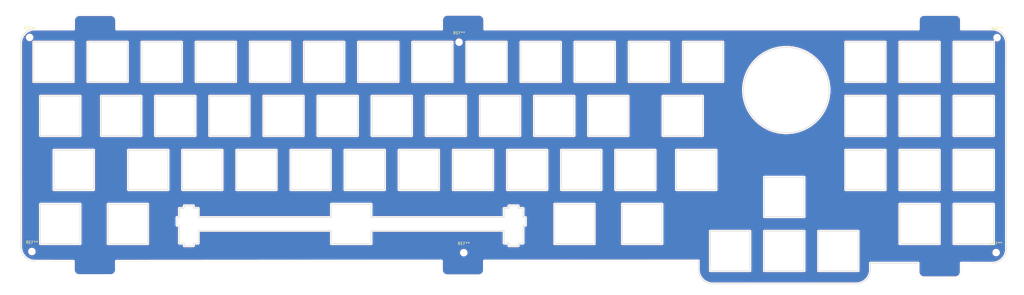
<source format=kicad_pcb>
(kicad_pcb (version 20221018) (generator pcbnew)
  (layers (0 "F.Cu" signal) (31 "B.Cu" signal) (34 "B.Paste" user) (35 "F.Paste" user) (36 "B.SilkS" user "B.Silkscreen") (37 "F.SilkS" user "F.Silkscreen") (38 "B.Mask" user) (39 "F.Mask" user) (44 "Edge.Cuts" user))
  (net 0 "")
  (footprint "MountingHole:MountingHole_2.2mm_M2" (layer "F.Cu") (at 121.770001 134.870001)
    (fp_text reference "REF**" (at 0 -3.2) (layer "F.SilkS"))
    (fp_text value "MountingHole_2.2mm_M2")
    (pad "" np_thru_hole circle (at 0 0) (size 2.2 2.2) (drill 2.2) (layers "*.Cu" "*.Mask"))
  )
  (footprint "MountingHole:MountingHole_2.2mm_M2" (layer "F.Cu") (at 309.450001 59.070001)
    (fp_text reference "REF**" (at 0 -3.2) (layer "F.SilkS"))
    (fp_text value "MountingHole_2.2mm_M2")
    (pad "" np_thru_hole circle (at 0 0) (size 2.2 2.2) (drill 2.2) (layers "*.Cu" "*.Mask"))
  )
  (footprint "MountingHole:MountingHole_2.2mm_M2" (layer "F.Cu") (at -30.219999 134.460001)
    (fp_text reference "REF**" (at 0 -3.2) (layer "F.SilkS"))
    (fp_text value "MountingHole_2.2mm_M2")
    (pad "" np_thru_hole circle (at 0 0) (size 2.2 2.2) (drill 2.2) (layers "*.Cu" "*.Mask"))
  )
  (footprint "MountingHole:MountingHole_2.2mm_M2" (layer "F.Cu") (at 309.120001 134.820001)
    (fp_text reference "REF**" (at 0 -3.2) (layer "F.SilkS"))
    (fp_text value "MountingHole_2.2mm_M2")
    (pad "" np_thru_hole circle (at 0 0) (size 2.2 2.2) (drill 2.2) (layers "*.Cu" "*.Mask"))
  )
  (footprint "MountingHole:MountingHole_2.2mm_M2" (layer "F.Cu") (at 120.102501 60.650001)
    (fp_text reference "REF**" (at 0 -3.2) (layer "F.SilkS"))
    (fp_text value "MountingHole_2.2mm_M2")
    (pad "" np_thru_hole circle (at 0 0) (size 2.2 2.2) (drill 2.2) (layers "*.Cu" "*.Mask"))
  )
  (footprint "MountingHole:MountingHole_2.2mm_M2" (layer "F.Cu") (at -31.029999 58.980001)
    (fp_text reference "REF**" (at 0 -3.2) (layer "F.SilkS"))
    (fp_text value "MountingHole_2.2mm_M2")
    (pad "" np_thru_hole circle (at 0 0) (size 2.2 2.2) (drill 2.2) (layers "*.Cu" "*.Mask"))
  )
  (gr_line (start 22.475997 60.58901) (end 8.475997 60.58901) (stroke (width 0.188976)) (layer "Edge.Cuts"))
  (gr_line (start 294.225978 117.740006) (end 294.225978 131.740006) (stroke (width 0.188976)) (layer "Edge.Cuts"))
  (gr_line (start 294.225978 131.740006) (end 308.225978 131.740006) (stroke (width 0.188976)) (layer "Edge.Cuts"))
  (gr_line (start 312.014979 58.452011) (end 312.206965 58.79501) (stroke (width 0.188976)) (layer "Edge.Cuts"))
  (gr_line (start 23.350997 118.290001) (end 23.350997 119.210007) (stroke (width 0.188976)) (layer "Edge.Cuts"))
  (gr_line (start 204.350001 137.730001) (end 204.350001 140.827522) (stroke (width 0.2)) (layer "Edge.Cuts"))
  (gr_line (start 281.775001 56.060001) (end 281.775001 52.910001) (stroke (width 0.05)) (layer "Edge.Cuts"))
  (gr_line (start 98.962992 112.690007) (end 112.962992 112.690007) (stroke (width 0.188976)) (layer "Edge.Cuts"))
  (gr_line (start 27.525996 74.590008) (end 41.525996 74.590008) (stroke (width 0.188976)) (layer "Edge.Cuts"))
  (gr_line (start 117.725993 74.590008) (end 117.725993 60.58901) (stroke (width 0.188976)) (layer "Edge.Cuts"))
  (gr_line (start 135.92599 122.440003) (end 89.150981 122.440003) (stroke (width 0.188976)) (layer "Edge.Cuts"))
  (gr_line (start -0.504999 140.920001) (end -0.504999 137.840001) (stroke (width 0.05)) (layer "Edge.Cuts"))
  (gr_line (start 281.700001 138.520001) (end 281.700001 141.670001) (stroke (width 0.05)) (layer "Edge.Cuts"))
  (gr_arc (start -29.119791 137.827904) (mid -32.656012 136.364847) (end -34.121888 132.829794) (stroke (width 0.2)) (layer "Edge.Cuts"))
  (gr_line (start 308.225978 98.690007) (end 294.225978 98.690007) (stroke (width 0.188976)) (layer "Edge.Cuts"))
  (gr_line (start -29.932 56.12601) (end -29.542 56.08001) (stroke (width 0.188976)) (layer "Edge.Cuts"))
  (gr_line (start 227.550959 108.215008) (end 227.550959 122.215004) (stroke (width 0.188976)) (layer "Edge.Cuts"))
  (gr_line (start 191.83198 93.640007) (end 205.83198 93.640007) (stroke (width 0.188976)) (layer "Edge.Cuts"))
  (gr_line (start 141.825984 74.590008) (end 155.825984 74.590008) (stroke (width 0.188976)) (layer "Edge.Cuts"))
  (gr_line (start 165.63798 79.640009) (end 165.63798 93.640007) (stroke (width 0.188976)) (layer "Edge.Cuts"))
  (gr_line (start 289.175959 98.690007) (end 275.175959 98.690007) (stroke (width 0.188976)) (layer "Edge.Cuts"))
  (gr_line (start 23.350997 131.510003) (end 23.350997 132.490006) (stroke (width 0.188976)) (layer "Edge.Cuts"))
  (gr_line (start 89.436991 79.640009) (end 89.436991 93.640007) (stroke (width 0.188976)) (layer "Edge.Cuts"))
  (gr_line (start 79.912997 98.690007) (end 79.912997 112.690007) (stroke (width 0.188976)) (layer "Edge.Cuts"))
  (gr_line (start -33.604999 58.79501) (end -33.412999 58.452011) (stroke (width 0.188976)) (layer "Edge.Cuts"))
  (gr_line (start 26.650996 118.290001) (end 23.350997 118.290001) (stroke (width 0.188976)) (layer "Edge.Cuts"))
  (gr_line (start 312.689967 60.28201) (end 312.735957 60.67201) (stroke (width 0.188976)) (layer "Edge.Cuts"))
  (gr_line (start 74.862994 98.690007) (end 60.862994 98.690007) (stroke (width 0.188976)) (layer "Edge.Cuts"))
  (gr_line (start 41.812991 112.690007) (end 55.812991 112.690007) (stroke (width 0.188976)) (layer "Edge.Cuts"))
  (gr_line (start 311.286982 57.529011) (end 311.55398 57.81701) (stroke (width 0.188976)) (layer "Edge.Cuts"))
  (gr_line (start 177.543986 117.740006) (end 177.543986 131.740006) (stroke (width 0.188976)) (layer "Edge.Cuts"))
  (gr_line (start 137.062983 98.690007) (end 137.062983 112.690007) (stroke (width 0.188976)) (layer "Edge.Cuts"))
  (gr_line (start -15.529999 56.060001) (end -15.529999 52.980001) (stroke (width 0.05)) (layer "Edge.Cuts"))
  (gr_line (start -13.243001 79.640009) (end -27.243 79.640009) (stroke (width 0.188976)) (layer "Edge.Cuts"))
  (gr_line (start 296.865001 52.910001) (end 296.865001 56.060001) (stroke (width 0.05)) (layer "Edge.Cuts"))
  (gr_line (start 222.499964 127.265) (end 208.500987 127.265) (stroke (width 0.188976)) (layer "Edge.Cuts"))
  (gr_line (start 132.01298 98.690007) (end 118.01298 98.690007) (stroke (width 0.188976)) (layer "Edge.Cuts"))
  (gr_line (start 146.587992 93.640007) (end 160.587992 93.640007) (stroke (width 0.188976)) (layer "Edge.Cuts"))
  (gr_line (start 13.237998 93.640007) (end 27.237994 93.640007) (stroke (width 0.188976)) (layer "Edge.Cuts"))
  (gr_line (start -32.684999 57.529011) (end -32.397 57.26201) (stroke (width 0.188976)) (layer "Edge.Cuts"))
  (gr_line (start 270.125971 74.590008) (end 270.125971 60.58901) (stroke (width 0.188976)) (layer "Edge.Cuts"))
  (gr_line (start 98.962992 98.690007) (end 98.962992 112.690007) (stroke (width 0.188976)) (layer "Edge.Cuts"))
  (gr_line (start 155.825984 60.58901) (end 141.825984 60.58901) (stroke (width 0.188976)) (layer "Edge.Cuts"))
  (gr_line (start 241.550959 122.215004) (end 241.550959 108.215008) (stroke (width 0.188976)) (layer "Edge.Cuts"))
  (gr_line (start -31.761999 56.801011) (end -31.419 56.609011) (stroke (width 0.188976)) (layer "Edge.Cuts"))
  (gr_line (start 151.062983 98.690007) (end 137.062983 98.690007) (stroke (width 0.188976)) (layer "Edge.Cuts"))
  (gr_line (start 65.337992 79.640009) (end 51.337992 79.640009) (stroke (width 0.188976)) (layer "Edge.Cuts"))
  (gr_line (start 191.83198 79.640009) (end 191.83198 93.640007) (stroke (width 0.188976)) (layer "Edge.Cuts"))
  (gr_line (start -3.431001 117.740006) (end -3.431001 131.740006) (stroke (width 0.188976)) (layer "Edge.Cuts"))
  (gr_line (start 89.150981 122.440003) (end 89.150981 117.740006) (stroke (width 0.188976)) (layer "Edge.Cuts"))
  (gr_line (start 179.92599 60.58901) (end 179.92599 74.590008) (stroke (width 0.188976)) (layer "Edge.Cuts"))
  (gr_line (start 175.162989 112.690007) (end 189.162989 112.690007) (stroke (width 0.188976)) (layer "Edge.Cuts"))
  (gr_line (start 140.950984 118.290001) (end 137.650981 118.290001) (stroke (width 0.188976)) (layer "Edge.Cuts"))
  (gr_line (start 308.225978 74.590008) (end 308.225978 60.58901) (stroke (width 0.188976)) (layer "Edge.Cuts"))
  (gr_line (start 140.950984 131.510003) (end 142.67599 131.510003) (stroke (width 0.188976)) (layer "Edge.Cuts"))
  (gr_line (start 41.525996 60.58901) (end 27.525996 60.58901) (stroke (width 0.188976)) (layer "Edge.Cuts"))
  (gr_line (start 135.92599 119.210007) (end 135.92599 122.440003) (stroke (width 0.188976)) (layer "Edge.Cuts"))
  (gr_line (start 116.005001 50.870001) (end 127.095001 50.870001) (stroke (width 0.05)) (layer "Edge.Cuts"))
  (gr_line (start 3.712996 112.690007) (end 17.712996 112.690007) (stroke (width 0.188976)) (layer "Edge.Cuts"))
  (gr_line (start 118.01298 98.690007) (end 118.01298 112.690007) (stroke (width 0.188976)) (layer "Edge.Cuts"))
  (gr_line (start 198.975993 74.590008) (end 212.975993 74.590008) (stroke (width 0.188976)) (layer "Edge.Cuts"))
  (gr_line (start 60.575991 60.58901) (end 46.575991 60.58901) (stroke (width 0.188976)) (layer "Edge.Cuts"))
  (gr_line (start 46.575991 60.58901) (end 46.575991 74.590008) (stroke (width 0.188976)) (layer "Edge.Cuts"))
  (gr_line (start 260.600978 127.265) (end 246.600978 127.265) (stroke (width 0.188976)) (layer "Edge.Cuts"))
  (gr_line (start 26.650996 119.210007) (end 26.650996 118.290001) (stroke (width 0.188976)) (layer "Edge.Cuts"))
  (gr_line (start 55.812991 98.690007) (end 41.812991 98.690007) (stroke (width 0.188976)) (layer "Edge.Cuts"))
  (gr_line (start 208.500987 141.265) (end 222.499964 141.265) (stroke (width 0.188976)) (layer "Edge.Cuts"))
  (gr_line (start 227.550959 122.215004) (end 241.550959 122.215004) (stroke (width 0.188976)) (layer "Edge.Cuts"))
  (gr_line (start 165.63798 93.640007) (end 179.63798 93.640007) (stroke (width 0.188976)) (layer "Edge.Cuts"))
  (gr_line (start 75.150996 127.040001) (end 75.150996 131.740006) (stroke (width 0.188976)) (layer "Edge.Cuts"))
  (gr_line (start 8.475997 74.590008) (end 22.475997 74.590008) (stroke (width 0.188976)) (layer "Edge.Cuts"))
  (gr_line (start 312.506983 59.51901) (end 312.612971 59.89701) (stroke (width 0.188976)) (layer "Edge.Cuts"))
  (gr_line (start 127.537989 79.640009) (end 127.537989 93.640007) (stroke (width 0.188976)) (layer "Edge.Cuts"))
  (gr_line (start 117.725993 60.58901) (end 103.725993 60.58901) (stroke (width 0.188976)) (layer "Edge.Cuts"))
  (gr_line (start 122.487986 79.640009) (end 108.487986 79.640009) (stroke (width 0.188976)) (layer "Edge.Cuts"))
  (gr_line (start 312.370967 59.15101) (end 312.506983 59.51901) (stroke (width 0.188976)) (layer "Edge.Cuts"))
  (gr_line (start 275.175959 98.690007) (end 275.175959 112.690007) (stroke (width 0.188976)) (layer "Edge.Cuts"))
  (gr_line (start 312.206965 58.79501) (end 312.370967 59.15101) (stroke (width 0.188976)) (layer "Edge.Cuts"))
  (gr_line (start 23.350997 119.210007) (end 21.625998 119.210007) (stroke (width 0.188976)) (layer "Edge.Cuts"))
  (gr_line (start 294.225978 74.590008) (end 308.225978 74.590008) (stroke (width 0.188976)) (layer "Edge.Cuts"))
  (gr_line (start -15.594999 137.840001) (end -29.119791 137.827904) (stroke (width 0.05)) (layer "Edge.Cuts"))
  (gr_line (start 189.162989 98.690007) (end 175.162989 98.690007) (stroke (width 0.188976)) (layer "Edge.Cuts"))
  (gr_line (start -13.243001 131.740006) (end -13.243001 117.740006) (stroke (width 0.188976)) (layer "Edge.Cuts"))
  (gr_line (start 129.025001 140.960001) (end 129.025001 137.770001) (stroke (width 0.05)) (layer "Edge.Cuts"))
  (gr_line (start 20.799998 125.240006) (end 21.625998 125.240006) (stroke (width 0.188976)) (layer "Edge.Cuts"))
  (gr_line (start 141.537989 79.640009) (end 127.537989 79.640009) (stroke (width 0.188976)) (layer "Edge.Cuts"))
  (gr_line (start 275.175959 74.590008) (end 289.175959 74.590008) (stroke (width 0.188976)) (layer "Edge.Cuts"))
  (gr_line (start -31.063 56.445011) (end -30.695 56.30901) (stroke (width 0.188976)) (layer "Edge.Cuts"))
  (gr_line (start 209.35248 145.827521) (end 259.872479 145.802478) (stroke (width 0.2)) (layer "Edge.Cuts"))
  (gr_line (start -27.243 117.740006) (end -27.243 131.740006) (stroke (width 0.188976)) (layer "Edge.Cuts"))
  (gr_line (start 256.125971 60.58901) (end 256.125971 74.590008) (stroke (width 0.188976)) (layer "Edge.Cuts"))
  (gr_line (start 8.187998 79.640009) (end -5.812002 79.640009) (stroke (width 0.188976)) (layer "Edge.Cuts"))
  (gr_line (start 65.624995 60.58901) (end 65.624995 74.590008) (stroke (width 0.188976)) (layer "Edge.Cuts"))
  (gr_line (start 289.175959 74.590008) (end 289.175959 60.58901) (stroke (width 0.188976)) (layer "Edge.Cuts"))
  (gr_line (start 10.568999 131.740006) (end 10.568999 117.740006) (stroke (width 0.188976)) (layer "Edge.Cuts"))
  (gr_line (start 27.237994 79.640009) (end 13.237998 79.640009) (stroke (width 0.188976)) (layer "Edge.Cuts"))
  (gr_line (start -32.088 57.01901) (end -31.761999 56.801011) (stroke (width 0.188976)) (layer "Edge.Cuts"))
  (gr_line (start 141.537989 93.640007) (end 141.537989 79.640009) (stroke (width 0.188976)) (layer "Edge.Cuts"))
  (gr_line (start 308.225978 112.690007) (end 308.225978 98.690007) (stroke (width 0.188976)) (layer "Edge.Cuts"))
  (gr_line (start 143.500987 125.240006) (end 143.500987 122.440003) (stroke (width 0.188976)) (layer "Edge.Cuts"))
  (gr_line (start -32.952 57.81701) (end -32.684999 57.529011) (stroke (width 0.188976)) (layer "Edge.Cuts"))
  (gr_line (start -22.481 112.690007) (end -8.481 112.690007) (stroke (width 0.188976)) (layer "Edge.Cuts"))
  (gr_line (start 160.587992 93.640007) (end 160.587992 79.640009) (stroke (width 0.188976)) (layer "Edge.Cuts"))
  (gr_line (start 55.812991 112.690007) (end 55.812991 98.690007) (stroke (width 0.188976)) (layer "Edge.Cuts"))
  (gr_line (start 142.67599 125.240006) (end 143.500987 125.240006) (stroke (width 0.188976)) (layer "Edge.Cuts"))
  (gr_line (start -3.431001 131.740006) (end 10.568999 131.740006) (stroke (width 0.188976)) (layer "Edge.Cuts"))
  (gr_line (start -29.149 56.064011) (end -15.529999 56.060001) (stroke (width 0.05)) (layer "Edge.Cuts"))
  (gr_line (start 51.337992 79.640009) (end 51.337992 93.640007) (stroke (width 0.188976)) (layer "Edge.Cuts"))
  (gr_line (start -15.594999 137.840001) (end -15.594999 140.920001) (stroke (width 0.05)) (layer "Edge.Cuts"))
  (gr_line (start 196.593989 98.690007) (end 196.593989 112.690007) (stroke (width 0.188976)) (layer "Edge.Cuts"))
  (gr_line (start 32.287997 79.640009) (end 32.287997 93.640007) (stroke (width 0.188976)) (layer "Edge.Cuts"))
  (gr_line (start -13.594999 142.920001) (end -2.504999 142.920001) (stroke (width 0.05)) (layer "Edge.Cuts"))
  (gr_line (start 41.525996 74.590008) (end 41.525996 60.58901) (stroke (width 0.188976)) (layer "Edge.Cuts"))
  (gr_line (start 309.296961 56.30901) (end 309.664973 56.445011) (stroke (width 0.188976)) (layer "Edge.Cuts"))
  (gr_line (start 137.650981 119.210007) (end 135.92599 119.210007) (stroke (width 0.188976)) (layer "Edge.Cuts"))
  (gr_line (start 32.287997 93.640007) (end 46.287997 93.640007) (stroke (width 0.188976)) (layer "Edge.Cuts"))
  (gr_line (start -13.243001 117.740006) (end -27.243 117.740006) (stroke (width 0.188976)) (layer "Edge.Cuts"))
  (gr_line (start 312.612971 59.89701) (end 312.689967 60.28201) (stroke (width 0.188976)) (layer "Edge.Cuts"))
  (gr_line (start 142.67599 119.210007) (end 140.950984 119.210007) (stroke (width 0.188976)) (layer "Edge.Cuts"))
  (gr_line (start 312.736032 133.538943) (end 312.750971 61.06501) (stroke (width 0.2)) (layer "Edge.Cuts"))
  (gr_line (start 93.912989 98.690007) (end 79.912997 98.690007) (stroke (width 0.188976)) (layer "Edge.Cuts"))
  (gr_line (start 310.02096 56.609011) (end 310.363978 56.801011) (stroke (width 0.188976)) (layer "Edge.Cuts"))
  (gr_arc (start 264.870001 140.802479) (mid 263.406419 144.337151) (end 259.872479 145.802478) (stroke (width 0.2)) (layer "Edge.Cuts"))
  (gr_line (start -15.624002 74.590008) (end -15.624002 60.58901) (stroke (width 0.188976)) (layer "Edge.Cuts"))
  (gr_line (start -8.481 98.690007) (end -22.481 98.690007) (stroke (width 0.188976)) (layer "Edge.Cuts"))
  (gr_line (start 60.862994 98.690007) (end 60.862994 112.690007) (stroke (width 0.188976)) (layer "Edge.Cuts"))
  (gr_line (start 113.935001 137.770001) (end 113.935001 140.960001) (stroke (width 0.05)) (layer "Edge.Cuts"))
  (gr_line (start -30.695 56.30901) (end -30.317 56.20301) (stroke (width 0.188976)) (layer "Edge.Cuts"))
  (gr_line (start 256.125971 74.590008) (end 270.125971 74.590008) (stroke (width 0.188976)) (layer "Edge.Cuts"))
  (gr_line (start 112.962992 112.690007) (end 112.962992 98.690007) (stroke (width 0.188976)) (layer "Edge.Cuts"))
  (gr_line (start 98.67599 74.590008) (end 98.67599 60.58901) (stroke (width 0.188976)) (layer "Edge.Cuts"))
  (gr_line (start 28.375994 122.440003) (end 28.375994 119.210007) (stroke (width 0.188976)) (layer "Edge.Cuts"))
  (gr_line (start 310.998957 57.26201) (end 311.286982 57.529011) (stroke (width 0.188976)) (layer "Edge.Cuts"))
  (gr_line (start 160.875987 60.58901) (end 160.875987 74.590008) (stroke (width 0.188976)) (layer "Edge.Cuts"))
  (gr_line (start 21.625998 125.240006) (end 21.625998 131.510003) (stroke (width 0.188976)) (layer "Edge.Cuts"))
  (gr_line (start 156.112986 112.690007) (end 170.112986 112.690007) (stroke (width 0.188976)) (layer "Edge.Cuts"))
  (gr_line (start 115.935001 142.960001) (end 127.025001 142.960001) (stroke (width 0.05)) (layer "Edge.Cuts"))
  (gr_line (start 289.175959 131.740006) (end 289.175959 117.740006) (stroke (width 0.188976)) (layer "Edge.Cuts"))
  (gr_line (start 108.487986 93.640007) (end 122.487986 93.640007) (stroke (width 0.188976)) (layer "Edge.Cuts"))
  (gr_line (start 79.624995 60.58901) (end 65.624995 60.58901) (stroke (width 0.188976)) (layer "Edge.Cuts"))
  (gr_line (start -34.134 60.67201) (end -34.088 60.28201) (stroke (width 0.188976)) (layer "Edge.Cuts"))
  (gr_line (start 210.593989 112.690007) (end 210.593989 98.690007) (stroke (width 0.188976)) (layer "Edge.Cuts"))
  (gr_line (start -29.625 74.590008) (end -15.624002 74.590008) (stroke (width 0.188976)) (layer "Edge.Cuts"))
  (gr_line (start 23.350997 132.490006) (end 26.650996 132.490006) (stroke (width 0.188976)) (layer "Edge.Cuts"))
  (gr_line (start 137.062983 112.690007) (end 151.062983 112.690007) (stroke (width 0.188976)) (layer "Edge.Cuts"))
  (gr_line (start 118.01298 112.690007) (end 132.01298 112.690007) (stroke (width 0.188976)) (layer "Edge.Cuts"))
  (gr_arc (start -13.594999 142.920001) (mid -15.009213 142.334215) (end -15.594999 140.920001) (stroke (width 0.05)) (layer "Edge.Cuts"))
  (gr_line (start 8.187998 93.640007) (end 8.187998 79.640009) (stroke (width 0.188976)) (layer "Edge.Cuts"))
  (gr_line (start 270.125971 60.58901) (end 256.125971 60.58901) (stroke (width 0.188976)) (layer "Edge.Cuts"))
  (gr_line (start 289.175959 60.58901) (end 275.175959 60.58901) (stroke (width 0.188976)) (layer "Edge.Cuts"))
  (gr_line (start 51.337992 93.640007) (end 65.337992 93.640007) (stroke (width 0.188976)) (layer "Edge.Cuts"))
  (gr_line (start 196.593989 112.690007) (end 210.593989 112.690007) (stroke (width 0.188976)) (layer "Edge.Cuts"))
  (gr_line (start 307.751979 56.06501) (end 308.143977 56.08001) (stroke (width 0.188976)) (layer "Edge.Cuts"))
  (gr_line (start 46.287997 79.640009) (end 32.287997 79.640009) (stroke (width 0.188976)) (layer "Edge.Cuts"))
  (gr_line (start 41.812991 98.690007) (end 41.812991 112.690007) (stroke (width 0.188976)) (layer "Edge.Cuts"))
  (gr_line (start 175.162989 98.690007) (end 175.162989 112.690007) (stroke (width 0.188976)) (layer "Edge.Cuts"))
  (gr_line (start 294.225978 112.690007) (end 308.225978 112.690007) (stroke (width 0.188976)) (layer "Edge.Cuts"))
  (gr_line (start 153.73199 131.740006) (end 167.73199 131.740006) (stroke (width 0.188976)) (layer "Edge.Cuts"))
  (gr_line (start 21.625998 119.210007) (end 21.625998 122.440003) (stroke (width 0.188976)) (layer "Edge.Cuts"))
  (gr_line (start 227.550959 127.265) (end 227.550959 141.265) (stroke (width 0.188976)) (layer "Edge.Cuts"))
  (gr_line (start 275.175959 117.740006) (end 275.175959 131.740006) (stroke (width 0.188976)) (layer "Edge.Cuts"))
  (gr_line (start 167.73199 131.740006) (end 167.73199 117.740006) (stroke (width 0.188976)) (layer "Edge.Cuts"))
  (gr_line (start 227.550959 141.265) (end 241.550959 141.265) (stroke (width 0.188976)) (layer "Edge.Cuts"))
  (gr_arc (start 296.790001 141.670001) (mid 296.204215 143.084215) (end 294.790001 143.670001) (stroke (width 0.05)) (layer "Edge.Cuts"))
  (gr_line (start 155.825984 74.590008) (end 155.825984 60.58901) (stroke (width 0.188976)) (layer "Edge.Cuts"))
  (gr_line (start -10.574001 60.58901) (end -10.574001 74.590008) (stroke (width 0.188976)) (layer "Edge.Cuts"))
  (gr_line (start -27.243 79.640009) (end -27.243 93.640007) (stroke (width 0.188976)) (layer "Edge.Cuts"))
  (gr_line (start 270.125971 93.640007) (end 270.125971 79.640009) (stroke (width 0.188976)) (layer "Edge.Cuts"))
  (gr_line (start -34.088 60.28201) (end -34.011 59.89701) (stroke (width 0.188976)) (layer "Edge.Cuts"))
  (gr_line (start 75.150996 122.440003) (end 28.375994 122.440003) (stroke (width 0.188976)) (layer "Edge.Cuts"))
  (gr_line (start 26.650996 131.510003) (end 28.375994 131.510003) (stroke (width 0.188976)) (layer "Edge.Cuts"))
  (gr_line (start 204.350001 137.730001) (end 129.025001 137.770001) (stroke (width 0.05)) (layer "Edge.Cuts"))
  (gr_line (start 79.624995 74.590008) (end 79.624995 60.58901) (stroke (width 0.188976)) (layer "Edge.Cuts"))
  (gr_line (start 79.912997 112.690007) (end 93.912989 112.690007) (stroke (width 0.188976)) (layer "Edge.Cuts"))
  (gr_line (start 308.225978 93.640007) (end 308.225978 79.640009) (stroke (width 0.188976)) (layer "Edge.Cuts"))
  (gr_line (start 289.175959 79.640009) (end 275.175959 79.640009) (stroke (width 0.188976)) (layer "Edge.Cuts"))
  (gr_line (start 212.975993 60.58901) (end 198.975993 60.58901) (stroke (width 0.188976)) (layer "Edge.Cuts"))
  (gr_line (start 153.73199 117.740006) (end 153.73199 131.740006) (stroke (width 0.188976)) (layer "Edge.Cuts"))
  (gr_line (start 74.862994 112.690007) (end 74.862994 98.690007) (stroke (width 0.188976)) (layer "Edge.Cuts"))
  (gr_line (start 241.550959 141.265) (end 241.550959 127.265) (stroke (width 0.188976)) (layer "Edge.Cuts"))
  (gr_line (start -13.529999 50.980001) (end -2.439999 50.980001) (stroke (width 0.05)) (layer "Edge.Cuts"))
  (gr_line (start 122.775981 60.58901) (end 122.775981 74.590008) (stroke (width 0.188976)) (layer "Edge.Cuts"))
  (gr_line (start 75.150996 117.740006) (end 75.150996 122.440003) (stroke (width 0.188976)) (layer "Edge.Cuts"))
  (gr_line (start 3.425997 60.58901) (end -10.574001 60.58901) (stroke (width 0.188976)) (layer "Edge.Cuts"))
  (gr_line (start -33.412999 58.452011) (end -33.195 58.12601) (stroke (width 0.188976)) (layer "Edge.Cuts"))
  (gr_arc (start 283.700001 143.670001) (mid 282.285787 143.084215) (end 281.700001 141.670001) (stroke (width 0.05)) (layer "Edge.Cuts"))
  (gr_line (start 310.363978 56.801011) (end 310.689967 57.01901) (stroke (width 0.188976)) (layer "Edge.Cuts"))
  (gr_line (start -27.243 131.740006) (end -13.243001 131.740006) (stroke (width 0.188976)) (layer "Edge.Cuts"))
  (gr_line (start 112.962992 98.690007) (end 98.962992 98.690007) (stroke (width 0.188976)) (layer "Edge.Cuts"))
  (gr_line (start 275.175959 93.640007) (end 289.175959 93.640007) (stroke (width 0.188976)) (layer "Edge.Cuts"))
  (gr_line (start 70.387995 93.640007) (end 84.387995 93.640007) (stroke (width 0.188976)) (layer "Edge.Cuts"))
  (gr_line (start 108.487986 79.640009) (end 108.487986 93.640007) (stroke (width 0.188976)) (layer "Edge.Cuts"))
  (gr_line (start 241.550959 108.215008) (end 227.550959 108.215008) (stroke (width 0.188976)) (layer "Edge.Cuts"))
  (gr_line (start 275.175959 79.640009) (end 275.175959 93.640007) (stroke (width 0.188976)) (layer "Edge.Cuts"))
  (gr_line (start 28.375994 131.510003) (end 28.375994 127.040001) (stroke (width 0.188976)) (layer "Edge.Cuts"))
  (gr_arc (start 114.005001 52.870001) (mid 114.590787 51.455787) (end 116.005001 50.870001) (stroke (width 0.05)) (layer "Edge.Cuts"))
  (gr_line (start 210.593989 98.690007) (end 196.593989 98.690007) (stroke (width 0.188976)) (layer "Edge.Cuts"))
  (gr_line (start 103.725993 60.58901) (end 103.725993 74.590008) (stroke (width 0.188976)) (layer "Edge.Cuts"))
  (gr_line (start 222.499964 141.265) (end 222.499964 127.265) (stroke (width 0.188976)) (layer "Edge.Cuts"))
  (gr_line (start 311.55398 57.81701) (end 311.796961 58.12601) (stroke (width 0.188976)) (layer "Edge.Cuts"))
  (gr_line (start 8.475997 60.58901) (end 8.475997 74.590008) (stroke (width 0.188976)) (layer "Edge.Cuts"))
  (gr_line (start 36.762995 98.690007) (end 22.762995 98.690007) (stroke (width 0.188976)) (layer "Edge.Cuts"))
  (gr_line (start 198.975993 60.58901) (end 198.975993 74.590008) (stroke (width 0.188976)) (layer "Edge.Cuts"))
  (gr_line (start 84.387995 79.640009) (end 70.387995 79.640009) (stroke (width 0.188976)) (layer "Edge.Cuts"))
  (gr_line (start 296.865001 56.060001) (end 307.751979 56.06501) (stroke (width 0.05)) (layer "Edge.Cuts"))
  (gr_line (start -10.574001 74.590008) (end 3.425997 74.590008) (stroke (width 0.188976)) (layer "Edge.Cuts"))
  (gr_line (start -29.542 56.08001) (end -29.149 56.064011) (stroke (width 0.188976)) (layer "Edge.Cuts"))
  (gr_line (start 122.775981 74.590008) (end 136.775981 74.590008) (stroke (width 0.188976)) (layer "Edge.Cuts"))
  (gr_line (start 132.01298 112.690007) (end 132.01298 98.690007) (stroke (width 0.188976)) (layer "Edge.Cuts"))
  (gr_arc (start -0.504999 140.920001) (mid -1.090785 142.334215) (end -2.504999 142.920001) (stroke (width 0.05)) (layer "Edge.Cuts"))
  (gr_line (start -27.243 93.640007) (end -13.243001 93.640007) (stroke (width 0.188976)) (layer "Edge.Cuts"))
  (gr_line (start 270.125971 112.690007) (end 270.125971 98.690007) (stroke (width 0.188976)) (layer "Edge.Cuts"))
  (gr_line (start 27.525996 60.58901) (end 27.525996 74.590008) (stroke (width 0.188976)) (layer "Edge.Cuts"))
  (gr_line (start -0.439999 56.060001) (end 114.005001 56.060001) (stroke (width 0.05)) (layer "Edge.Cuts"))
  (gr_line (start 264.870001 138.520001) (end 281.700001 138.520001) (stroke (width 0.2)) (layer "Edge.Cuts"))
  (gr_line (start 179.92599 74.590008) (end 193.92599 74.590008) (stroke (width 0.188976)) (layer "Edge.Cuts"))
  (gr_line (start 114.005001 56.060001) (end 114.005001 52.870001) (stroke (width 0.05)) (layer "Edge.Cuts"))
  (gr_line (start 129.095001 52.870001) (end 129.095001 56.060001) (stroke (width 0.05)) (layer "Edge.Cuts"))
  (gr_line (start 137.650981 131.510003) (end 137.650981 132.490006) (stroke (width 0.188976)) (layer "Edge.Cuts"))
  (gr_line (start 275.175959 60.58901) (end 275.175959 74.590008) (stroke (width 0.188976)) (layer "Edge.Cuts"))
  (gr_line (start 3.425997 74.590008) (end 3.425997 60.58901) (stroke (width 0.188976)) (layer "Edge.Cuts"))
  (gr_line (start 193.92599 60.58901) (end 179.92599 60.58901) (stroke (width 0.188976)) (layer "Edge.Cuts"))
  (gr_line (start 170.112986 112.690007) (end 170.112986 98.690007) (stroke (width 0.188976)) (layer "Edge.Cuts"))
  (gr_line (start 21.625998 122.440003) (end 20.799998 122.440003) (stroke (width 0.188976)) (layer "Edge.Cuts"))
  (gr_line (start 103.437983 93.640007) (end 103.437983 79.640009) (stroke (width 0.188976)) (layer "Edge.Cuts"))
  (gr_line (start 46.287997 93.640007) (end 46.287997 79.640009) (stroke (width 0.188976)) (layer "Edge.Cuts"))
  (gr_line (start -5.812002 79.640009) (end -5.812002 93.640007) (stroke (width 0.188976)) (layer "Edge.Cuts"))
  (gr_line (start -34.121888 132.829794) (end -34.149 61.06501) (stroke (width 0.2)) (layer "Edge.Cuts"))
  (gr_line (start 283.700001 143.670001) (end 294.790001 143.670001) (stroke (width 0.05)) (layer "Edge.Cuts"))
  (gr_line (start 136.775981 60.58901) (end 122.775981 60.58901) (stroke (width 0.188976)) (layer "Edge.Cuts"))
  (gr_line (start 174.875987 74.590008) (end 174.875987 60.58901) (stroke (width 0.188976)) (layer "Edge.Cuts"))
  (gr_arc (start -15.529999 52.980001) (mid -14.944213 51.565787) (end -13.529999 50.980001) (stroke (width 0.05)) (layer "Edge.Cuts"))
  (gr_line (start -13.243001 93.640007) (end -13.243001 79.640009) (stroke (width 0.188976)) (layer "Edge.Cuts"))
  (gr_line (start 135.92599 127.040001) (end 135.92599 131.510003) (stroke (width 0.188976)) (layer "Edge.Cuts"))
  (gr_line (start 167.73199 117.740006) (end 153.73199 117.740006) (stroke (width 0.188976)) (layer "Edge.Cuts"))
  (gr_arc (start 312.736032 133.538943) (mid 311.270461 137.074553) (end 307.733943 138.537911) (stroke (width 0.2)) (layer "Edge.Cuts"))
  (gr_line (start 146.587992 79.640009) (end 146.587992 93.640007) (stroke (width 0.188976)) (layer "Edge.Cuts"))
  (gr_line (start 142.67599 131.510003) (end 142.67599 125.240006) (stroke (width 0.188976)) (layer "Edge.Cuts"))
  (gr_line (start 205.83198 93.640007) (end 205.83198 79.640009) (stroke (width 0.188976)) (layer "Edge.Cuts"))
  (gr_line (start 26.650996 132.490006) (end 26.650996 131.510003) (stroke (width 0.188976)) (layer "Edge.Cuts"))
  (gr_line (start 191.543986 117.740006) (end 177.543986 117.740006) (stroke (width 0.188976)) (layer "Edge.Cuts"))
  (gr_line (start 275.175959 131.740006) (end 289.175959 131.740006) (stroke (width 0.188976)) (layer "Edge.Cuts"))
  (gr_line (start 129.095001 56.060001) (end 281.775001 56.060001) (stroke (width 0.05)) (layer "Edge.Cuts"))
  (gr_line (start 135.92599 131.510003) (end 137.650981 131.510003) (stroke (width 0.188976)) (layer "Edge.Cuts"))
  (gr_line (start 22.762995 112.690007) (end 36.762995 112.690007) (stroke (width 0.188976)) (layer "Edge.Cuts"))
  (gr_line (start 256.125971 98.690007) (end 256.125971 112.690007) (stroke (width 0.188976)) (layer "Edge.Cuts"))
  (gr_line (start 127.537989 93.640007) (end 141.537989 93.640007) (stroke (width 0.188976)) (layer "Edge.Cuts"))
  (gr_line (start 270.125971 98.690007) (end 256.125971 98.690007) (stroke (width 0.188976)) (layer "Edge.Cuts"))
  (gr_line (start 189.162989 112.690007) (end 189.162989 98.690007) (stroke (width 0.188976)) (layer "Edge.Cuts"))
  (gr_line (start 65.624995 74.590008) (end 79.624995 74.590008) (stroke (width 0.188976)) (layer "Edge.Cuts"))
  (gr_line (start -22.481 98.690007) (end -22.481 112.690007) (stroke (width 0.188976)) (layer "Edge.Cuts"))
  (gr_line (start 174.875987 60.58901) (end 160.875987 60.58901) (stroke (width 0.188976)) (layer "Edge.Cuts"))
  (gr_line (start 28.375994 127.040001) (end 75.150996 127.040001) (stroke (width 0.188976)) (layer "Edge.Cuts"))
  (gr_line (start 289.175959 93.640007) (end 289.175959 79.640009) (stroke (width 0.188976)) (layer "Edge.Cuts"))
  (gr_line (start 160.587992 79.640009) (end 146.587992 79.640009) (stroke (width 0.188976)) (layer "Edge.Cuts"))
  (gr_line (start 103.725993 74.590008) (end 117.725993 74.590008) (stroke (width 0.188976)) (layer "Edge.Cuts"))
  (gr_circle (center 235.260001 77.530001) (end 234.530001 62.460001) (stroke (width 0.2)) (fill none) (layer "Edge.Cuts"))
  (gr_line (start -5.812002 93.640007) (end 8.187998 93.640007) (stroke (width 0.188976)) (layer "Edge.Cuts"))
  (gr_line (start 151.062983 112.690007) (end 151.062983 98.690007) (stroke (width 0.188976)) (layer "Edge.Cuts"))
  (gr_line (start -31.419 56.609011) (end -31.063 56.445011) (stroke (width 0.188976)) (layer "Edge.Cuts"))
  (gr_line (start 21.625998 131.510003) (end 23.350997 131.510003) (stroke (width 0.188976)) (layer "Edge.Cuts"))
  (gr_line (start 84.387995 93.640007) (end 84.387995 79.640009) (stroke (width 0.188976)) (layer "Edge.Cuts"))
  (gr_line (start 256.125971 79.640009) (end 256.125971 93.640007) (stroke (width 0.188976)) (layer "Edge.Cuts"))
  (gr_line (start 98.67599 60.58901) (end 84.67499 60.58901) (stroke (width 0.188976)) (layer "Edge.Cuts"))
  (gr_line (start 156.112986 98.690007) (end 156.112986 112.690007) (stroke (width 0.188976)) (layer "Edge.Cuts"))
  (gr_line (start 70.387995 79.640009) (end 70.387995 93.640007) (stroke (width 0.188976)) (layer "Edge.Cuts"))
  (gr_line (start 308.225978 131.740006) (end 308.225978 117.740006) (stroke (width 0.188976)) (layer "Edge.Cuts"))
  (gr_line (start 294.225978 60.58901) (end 294.225978 74.590008) (stroke (width 0.188976)) (layer "Edge.Cuts"))
  (gr_line (start 241.550959 127.265) (end 227.550959 127.265) (stroke (width 0.188976)) (layer "Edge.Cuts"))
  (gr_line (start -0.439999 56.060001) (end -0.439999 52.980001) (stroke (width 0.05)) (layer "Edge.Cuts"))
  (gr_line (start 260.600978 141.265) (end 260.600978 127.265) (stroke (width 0.188976)) (layer "Edge.Cuts"))
  (gr_line (start 22.475997 74.590008) (end 22.475997 60.58901) (stroke (width 0.188976)) (layer "Edge.Cuts"))
  (gr_line (start 122.487986 93.640007) (end 122.487986 79.640009) (stroke (width 0.188976)) (layer "Edge.Cuts"))
  (gr_line (start -33.905 59.51901) (end -33.768999 59.15101) (stroke (width 0.188976)) (layer "Edge.Cuts"))
  (gr_line (start 309.664973 56.445011) (end 310.02096 56.609011) (stroke (width 0.188976)) (layer "Edge.Cuts"))
  (gr_arc (start 115.935001 142.960001) (mid 114.520787 142.374215) (end 113.935001 140.960001) (stroke (width 0.05)) (layer "Edge.Cuts"))
  (gr_line (start 312.735957 60.67201) (end 312.750971 61.06501) (stroke (width 0.188976)) (layer "Edge.Cuts"))
  (gr_line (start 212.975993 74.590008) (end 212.975993 60.58901) (stroke (width 0.188976)) (layer "Edge.Cuts"))
  (gr_line (start -15.624002 60.58901) (end -29.625 60.58901) (stroke (width 0.188976)) (layer "Edge.Cuts"))
  (gr_line (start 3.712996 98.690007) (end 3.712996 112.690007) (stroke (width 0.188976)) (layer "Edge.Cuts"))
  (gr_line (start 65.337992 93.640007) (end 65.337992 79.640009) (stroke (width 0.188976)) (layer "Edge.Cuts"))
  (gr_line (start 289.175959 112.690007) (end 289.175959 98.690007) (stroke (width 0.188976)) (layer "Edge.Cuts"))
  (gr_line (start 275.175959 112.690007) (end 289.175959 112.690007) (stroke (width 0.188976)) (layer "Edge.Cuts"))
  (gr_line (start 89.150981 131.740006) (end 89.150981 127.040001) (stroke (width 0.188976)) (layer "Edge.Cuts"))
  (gr_line (start 294.225978 79.640009) (end 294.225978 93.640007) (stroke (width 0.188976)) (layer "Edge.Cuts"))
  (gr_line (start 264.870001 140.802479) (end 264.870001 138.520001) (stroke (width 0.2)) (layer "Edge.Cuts"))
  (gr_line (start 84.67499 74.590008) (end 98.67599 74.590008) (stroke (width 0.188976)) (layer "Edge.Cuts"))
  (gr_line (start 141.825984 60.58901) (end 141.825984 74.590008) (stroke (width 0.188976)) (layer "Edge.Cuts"))
  (gr_line (start 20.799998 122.440003) (end 20.799998 125.240006) (stroke (width 0.188976)) (layer "Edge.Cuts"))
  (gr_line (start 308.918971 56.20301) (end 309.296961 56.30901) (stroke (width 0.188976)) (layer "Edge.Cuts"))
  (gr_line (start 179.63798 79.640009) (end 165.63798 79.640009) (stroke (width 0.188976)) (layer "Edge.Cuts"))
  (gr_arc (start 129.025001 140.960001) (mid 128.439215 142.374215) (end 127.025001 142.960001) (stroke (width 0.05)) (layer "Edge.Cuts"))
  (gr_line (start 308.225978 117.740006) (end 294.225978 117.740006) (stroke (width 0.188976)) (layer "Edge.Cuts"))
  (gr_line (start 13.237998 79.640009) (end 13.237998 93.640007) (stroke (width 0.188976)) (layer "Edge.Cuts"))
  (gr_line (start 28.375994 119.210007) (end 26.650996 119.210007) (stroke (width 0.188976)) (layer "Edge.Cuts"))
  (gr_line (start 307.733943 138.537911) (end 296.790001 138.520001) (stroke (width 0.05)) (layer "Edge.Cuts"))
  (gr_line (start 113.935001 137.770001) (end -0.504999 137.840001) (stroke (width 0.05)) (layer "Edge.Cuts"))
  (gr_line (start 143.500987 122.440003) (end 142.67599 122.440003) (stroke (width 0.188976)) (layer "Edge.Cuts"))
  (gr_line (start 10.568999 117.740006) (end -3.431001 117.740006) (stroke (width 0.188976)) (layer "Edge.Cuts"))
  (gr_line (start 137.650981 118.290001) (end 137.650981 119.210007) (stroke (width 0.188976)) (layer "Edge.Cuts"))
  (gr_arc (start 209.35248 145.827521) (mid 205.815337 144.363933) (end 204.350001 140.827522) (stroke (width 0.2)) (layer "Edge.Cuts"))
  (gr_line (start 89.150981 117.740006) (end 75.150996 117.740006) (stroke (width 0.188976)) (layer "Edge.Cuts"))
  (gr_line (start 308.143977 56.08001) (end 308.533961 56.12601) (stroke (width 0.188976)) (layer "Edge.Cuts"))
  (gr_line (start 177.543986 131.740006) (end 191.543986 131.740006) (stroke (width 0.188976)) (layer "Edge.Cuts"))
  (gr_line (start 27.237994 93.640007) (end 27.237994 79.640009) (stroke (width 0.188976)) (layer "Edge.Cuts"))
  (gr_line (start 179.63798 93.640007) (end 179.63798 79.640009) (stroke (width 0.188976)) (layer "Edge.Cuts"))
  (gr_line (start 208.500987 127.265) (end 208.500987 141.265) (stroke (width 0.188976)) (layer "Edge.Cuts"))
  (gr_line (start 193.92599 74.590008) (end 193.92599 60.58901) (stroke (width 0.188976)) (layer "Edge.Cuts"))
  (gr_line (start 308.533961 56.12601) (end 308.918971 56.20301) (stroke (width 0.188976)) (layer "Edge.Cuts"))
  (gr_line (start 256.125971 93.640007) (end 270.125971 93.640007) (stroke (width 0.188976)) (layer "Edge.Cuts"))
  (gr_line (start 89.150981 127.040001) (end 135.92599 127.040001) (stroke (width 0.188976)) (layer "Edge.Cuts"))
  (gr_line (start 140.950984 119.210007) (end 140.950984 118.290001) (stroke (width 0.188976)) (layer "Edge.Cuts"))
  (gr_line (start 191.543986 131.740006) (end 191.543986 117.740006) (stroke (width 0.188976)) (layer "Edge.Cuts"))
  (gr_line (start 310.689967 57.01901) (end 310.998957 57.26201) (stroke (width 0.188976)) (layer "Edge.Cuts"))
  (gr_line (start -30.317 56.20301) (end -29.932 56.12601) (stroke (width 0.188976)) (layer "Edge.Cuts"))
  (gr_line (start 294.865001 50.910001) (end 283.775001 50.910001) (stroke (width 0.05)) (layer "Edge.Cuts"))
  (gr_line (start 308.225978 60.58901) (end 294.225978 60.58901) (stroke (width 0.188976)) (layer "Edge.Cuts"))
  (gr_line (start 46.575991 74.590008) (end 60.575991 74.590008) (stroke (width 0.188976)) (layer "Edge.Cuts"))
  (gr_line (start -33.768999 59.15101) (end -33.604999 58.79501) (stroke (width 0.188976)) (layer "Edge.Cuts"))
  (gr_line (start 296.790001 141.670001) (end 296.790001 138.520001) (stroke (width 0.05)) (layer "Edge.Cuts"))
  (gr_line (start -29.625 60.58901) (end -29.625 74.590008) (stroke (width 0.188976)) (layer "Edge.Cuts"))
  (gr_line (start 142.67599 122.440003) (end 142.67599 119.210007) (stroke (width 0.188976)) (layer "Edge.Cuts"))
  (gr_line (start 60.575991 74.590008) (end 60.575991 60.58901) (stroke (width 0.188976)) (layer "Edge.Cuts"))
  (gr_line (start 93.912989 112.690007) (end 93.912989 98.690007) (stroke (width 0.188976)) (layer "Edge.Cuts"))
  (gr_line (start -32.397 57.26201) (end -32.088 57.01901) (stroke (width 0.188976)) (layer "Edge.Cuts"))
  (gr_line (start -34.149 61.06501) (end -34.134 60.67201) (stroke (width 0.188976)) (layer "Edge.Cuts"))
  (gr_line (start 270.125971 79.640009) (end 256.125971 79.640009) (stroke (width 0.188976)) (layer "Edge.Cuts"))
  (gr_line (start 160.875987 74.590008) (end 174.875987 74.590008) (stroke (width 0.188976)) (layer "Edge.Cuts"))
  (gr_line (start 294.225978 93.640007) (end 308.225978 93.640007) (stroke (width 0.188976)) (layer "Edge.Cuts"))
  (gr_arc (start -2.439999 50.980001) (mid -1.025785 51.565787) (end -0.439999 52.980001) (stroke (width 0.05)) (layer "Edge.Cuts"))
  (gr_line (start 140.950984 132.490006) (end 140.950984 131.510003) (stroke (width 0.188976)) (layer "Edge.Cuts"))
  (gr_line (start 84.67499 60.58901) (end 84.67499 74.590008) (stroke (width 0.188976)) (layer "Edge.Cuts"))
  (gr_line (start 75.150996 131.740006) (end 89.150981 131.740006) (stroke (width 0.188976)) (layer "Edge.Cuts"))
  (gr_line (start 294.225978 98.690007) (end 294.225978 112.690007) (stroke (width 0.188976)) (layer "Edge.Cuts"))
  (gr_line (start -8.481 112.690007) (end -8.481 98.690007) (stroke (width 0.188976)) (layer "Edge.Cuts"))
  (gr_line (start 22.762995 98.690007) (end 22.762995 112.690007) (stroke (width 0.188976)) (layer "Edge.Cuts"))
  (gr_line (start 103.437983 79.640009) (end 89.436991 79.640009) (stroke (width 0.188976)) (layer "Edge.Cuts"))
  (gr_line (start 136.775981 74.590008) (end 136.775981 60.58901) (stroke (width 0.188976)) (layer "Edge.Cuts"))
  (gr_line (start 256.125971 112.690007) (end 270.125971 112.690007) (stroke (width 0.188976)) (layer "Edge.Cuts"))
  (gr_line (start 246.600978 141.265) (end 260.600978 141.265) (stroke (width 0.188976)) (layer "Edge.Cuts"))
  (gr_arc (start 281.775001 52.910001) (mid 282.360787 51.495787) (end 283.775001 50.910001) (stroke (width 0.05)) (layer "Edge.Cuts"))
  (gr_line (start 137.650981 132.490006) (end 140.950984 132.490006) (stroke (width 0.188976)) (layer "Edge.Cuts"))
  (gr_line (start 17.712996 112.690007) (end 17.712996 98.690007) (stroke (width 0.188976)) (layer "Edge.Cuts"))
  (gr_line (start -33.195 58.12601) (end -32.952 57.81701) (stroke (width 0.188976)) (layer "Edge.Cuts"))
  (gr_arc (start 294.865001 50.910001) (mid 296.279215 51.495787) (end 296.865001 52.910001) (stroke (width 0.05)) (layer "Edge.Cuts"))
  (gr_arc (start 127.095001 50.870001) (mid 128.509215 51.455787) (end 129.095001 52.870001) (stroke (width 0.05)) (layer "Edge.Cuts"))
  (gr_line (start 170.112986 98.690007) (end 156.112986 98.690007) (stroke (width 0.188976)) (layer "Edge.Cuts"))
  (gr_line (start 205.83198 79.640009) (end 191.83198 79.640009) (stroke (width 0.188976)) (layer "Edge.Cuts"))
  (gr_line (start 17.712996 98.690007) (end 3.712996 98.690007) (stroke (width 0.188976)) (layer "Edge.Cuts"))
  (gr_line (start 308.225978 79.640009) (end 294.225978 79.640009) (stroke (width 0.188976)) (layer "Edge.Cuts"))
  (gr_line (start 89.436991 93.640007) (end 103.437983 93.640007) (stroke (width 0.188976)) (layer "Edge.Cuts"))
  (gr_line (start 246.600978 127.265) (end 246.600978 141.265) (stroke (width 0.188976)) (layer "Edge.Cuts"))
  (gr_line (start 311.796961 58.12601) (end 312.014979 58.452011) (stroke (width 0.188976)) (layer "Edge.Cuts"))
  (gr_line (start -34.011 59.89701) (end -33.905 59.51901) (stroke (width 0.188976)) (layer "Edge.Cuts"))
  (gr_line (start 60.862994 112.690007) (end 74.862994 112.690007) (stroke (width 0.188976)) (layer "Edge.Cuts"))
  (gr_line (start 36.762995 112.690007) (end 36.762995 98.690007) (stroke (width 0.188976)) (layer "Edge.Cuts"))
  (gr_line (start 289.175959 117.740006) (end 275.175959 117.740006) (stroke (width 0.188976)) (layer "Edge.Cuts"))
  (zone (net 0) (net_name "") (layer "F.Cu") (connect_pads (clearance 0.5)) (min_thickness 0.25) (fill yes (thermal_gap 0.5) (thermal_bridge_width 0.5) (island_removal_mode 1) (island_area_min 10))
    (polygon (pts (xy -41.2 46.3) (xy 316.66 45.79) (xy 317.18 149.86) (xy -41.45 149.86)))
  )
  (zone (net 0) (net_name "") (layer "B.Cu") (priority 1) (connect_pads (clearance 0.5)) (min_thickness 0.25) (fill yes (thermal_gap 0.5) (thermal_bridge_width 0.5) (island_removal_mode 1) (island_area_min 10))
    (polygon (pts (xy -41.2 46.3) (xy 316.66 45.79) (xy 317.18 149.86) (xy -41.45 149.86)))
  )
)
</source>
